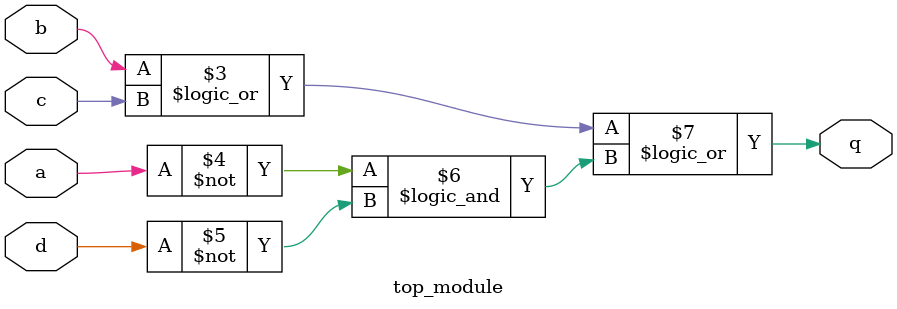
<source format=sv>
module top_module (
    input a, 
    input b, 
    input c, 
    input d,
    output q
);
    assign q = (b == 1'b1) || (c == 1'b1) || ((a == 1'b0) && (d == 1'b0));
endmodule

</source>
